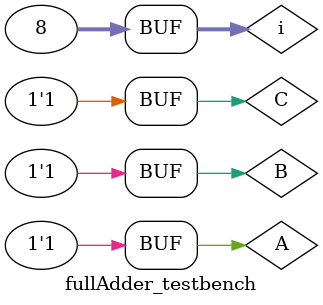
<source format=sv>
`timescale 1ns/10ps

module fullAdder(
	output logic result, carry_out,
	input  logic A, B, C
	);

	parameter delay = 0.5;

//------Build sum logic (two half-adders)------------------

	logic haCX, haCY, haSX;

	halfAdder ha1 (.result(haSX), .carry_out(haCX), .A, .B);
	halfAdder ha0 (.result, .carry_out(haCY), .A(haSX), .B(C));

//------Build carry logic (OR gate)-----------------------

	or #(delay) carry (carry_out, haCX, haCY);

endmodule


//------Testbench for full adder--------------------------
module fullAdder_testbench();

logic result, carry_out;
logic A, B, C;

  fullAdder dut (.result, .carry_out, .A, .B, .C);

integer i;
  initial begin
  for(i=0; i<8; i++) begin
    {A, B, C} = i; #10;
  end
end
endmodule

</source>
